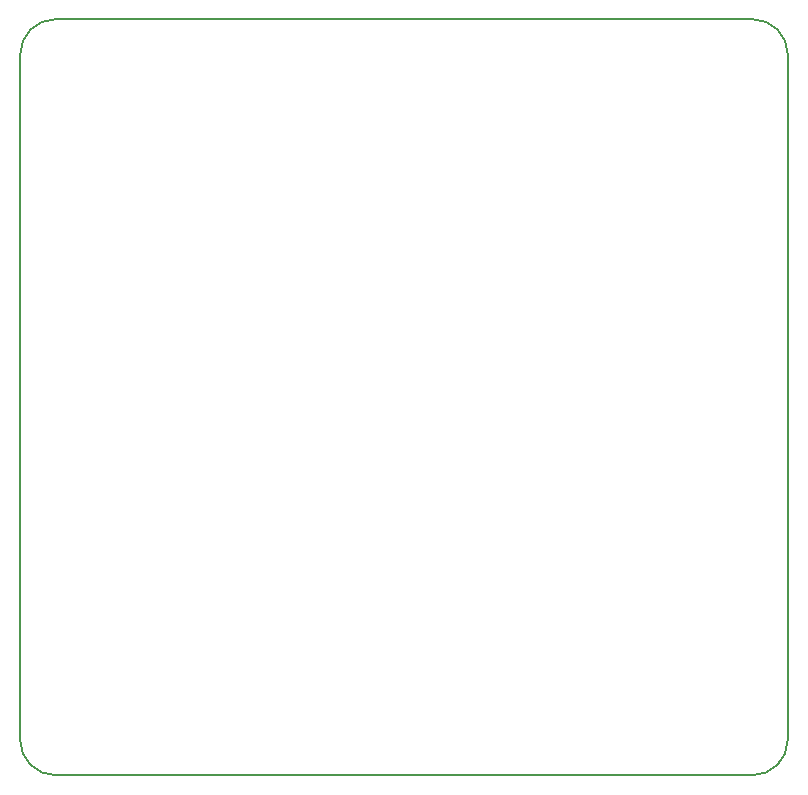
<source format=gbr>
G04 #@! TF.GenerationSoftware,KiCad,Pcbnew,5.0.2-bee76a0~70~ubuntu18.04.1*
G04 #@! TF.CreationDate,2019-10-30T17:39:39-07:00*
G04 #@! TF.ProjectId,piweather,70697765-6174-4686-9572-2e6b69636164,rev?*
G04 #@! TF.SameCoordinates,Original*
G04 #@! TF.FileFunction,Profile,NP*
%FSLAX46Y46*%
G04 Gerber Fmt 4.6, Leading zero omitted, Abs format (unit mm)*
G04 Created by KiCad (PCBNEW 5.0.2-bee76a0~70~ubuntu18.04.1) date Wed 30 Oct 2019 05:39:39 PM PDT*
%MOMM*%
%LPD*%
G01*
G04 APERTURE LIST*
%ADD10C,0.150000*%
G04 APERTURE END LIST*
D10*
X132500000Y-54000000D02*
X132500000Y-112000000D01*
X132500000Y-54000000D02*
G75*
G03X129500000Y-51000000I-3000000J0D01*
G01*
X70500000Y-51000000D02*
X129500000Y-51000000D01*
X70500000Y-51000000D02*
G75*
G03X67500000Y-54000000I0J-3000000D01*
G01*
X67500000Y-112000000D02*
X67500000Y-54000000D01*
X70500000Y-115000000D02*
X129500000Y-115000000D01*
X70500000Y-115000000D02*
G75*
G02X67500000Y-112000000I0J3000000D01*
G01*
X129500000Y-115000000D02*
G75*
G03X132500000Y-112000000I0J3000000D01*
G01*
M02*

</source>
